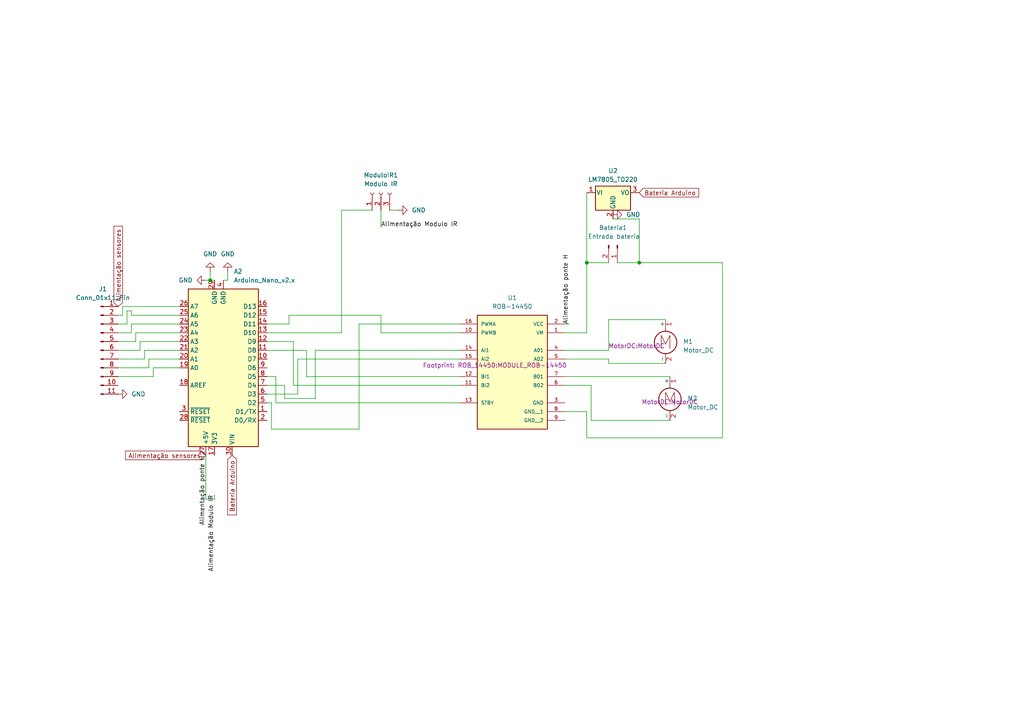
<source format=kicad_sch>
(kicad_sch (version 20231120) (generator "eeschema") (generator_version "8.0")
  (paper "A4")
  (lib_symbols
    (symbol "Conn_01x10_Pin_1" (pin_names (offset 1.016) hide)
      (property "Reference" "Bateria1" (at -5.08 8.89 90))
      (property "Value" "Entrada bateria" (at -2.54 9.144 90))
      (symbol "Conn_01x10_Pin_1_1_1"
        (polyline (pts (xy 1.27 7.62) (xy 0.8636 7.62)) (stroke (width 0.1524)))
        (polyline (pts (xy 1.27 10.16) (xy 0.8636 10.16)) (stroke (width 0.1524)))
        (rectangle (start 0.8636 7.747) (end 0 7.493) (stroke (width 0.1524)) (fill (type outline)))
        (rectangle (start 0.8636 10.287) (end 0 10.033) (stroke (width 0.1524)) (fill (type outline)))
        (pin passive line (at 5.08 10.16 180) (length 3.81) (name "+") (number "1"))
        (pin passive line (at 5.08 7.62 180) (length 3.81) (name "-") (number "2"))
      )
    )
    (symbol "Connector:Conn_01x03_Socket" (pin_names (offset 1.016) hide)
      (property "Reference" "ModuloIR1" (at 5.08 0 90))
      (property "Value" "Modulo IR" (at 2.54 0 90))
      (symbol "Conn_01x03_Socket_1_1"
        (arc (start 0 -2.032) (mid -0.5058 -2.54) (end 0 -3.048) (stroke (width 0.1524)))
        (polyline (pts (xy -1.27 -2.54) (xy -0.508 -2.54)) (stroke (width 0.1524)))
        (polyline (pts (xy -1.27 0) (xy -0.508 0)) (stroke (width 0.1524)))
        (polyline (pts (xy -1.27 2.54) (xy -0.508 2.54)) (stroke (width 0.1524)))
        (arc (start 0 0.508) (mid -0.5058 0) (end 0 -0.508) (stroke (width 0.1524)))
        (arc (start 0 3.048) (mid -0.5058 2.54) (end 0 2.032) (stroke (width 0.1524)))
        (pin passive line (at -5.08 2.54 0) (length 3.81) (name "Signal") (number "1"))
        (pin passive line (at -5.08 0 0) (length 3.81) (name "VCC") (number "2"))
        (pin passive line (at -5.08 -2.54 0) (length 3.81) (name "GND") (number "3"))
      )
    )
    (symbol "Connector:Conn_01x11_Pin" (pin_names (offset 1.016) hide)
      (property "Reference" "J" (at 0 15.24 0))
      (property "Value" "Conn_01x11_Pin" (at 0 -15.24 0))
      (symbol "Conn_01x11_Pin_1_1"
        (polyline (pts (xy 1.27 -12.7) (xy 0.8636 -12.7)) (stroke (width 0.1524)))
        (polyline (pts (xy 1.27 -10.16) (xy 0.8636 -10.16)) (stroke (width 0.1524)))
        (polyline (pts (xy 1.27 -7.62) (xy 0.8636 -7.62)) (stroke (width 0.1524)))
        (polyline (pts (xy 1.27 -5.08) (xy 0.8636 -5.08)) (stroke (width 0.1524)))
        (polyline (pts (xy 1.27 -2.54) (xy 0.8636 -2.54)) (stroke (width 0.1524)))
        (polyline (pts (xy 1.27 0) (xy 0.8636 0)) (stroke (width 0.1524)))
        (polyline (pts (xy 1.27 2.54) (xy 0.8636 2.54)) (stroke (width 0.1524)))
        (polyline (pts (xy 1.27 5.08) (xy 0.8636 5.08)) (stroke (width 0.1524)))
        (polyline (pts (xy 1.27 7.62) (xy 0.8636 7.62)) (stroke (width 0.1524)))
        (polyline (pts (xy 1.27 10.16) (xy 0.8636 10.16)) (stroke (width 0.1524)))
        (polyline (pts (xy 1.27 12.7) (xy 0.8636 12.7)) (stroke (width 0.1524)))
        (rectangle (start 0.8636 -12.573) (end 0 -12.827) (stroke (width 0.1524)) (fill (type outline)))
        (rectangle (start 0.8636 -10.033) (end 0 -10.287) (stroke (width 0.1524)) (fill (type outline)))
        (rectangle (start 0.8636 -7.493) (end 0 -7.747) (stroke (width 0.1524)) (fill (type outline)))
        (rectangle (start 0.8636 -4.953) (end 0 -5.207) (stroke (width 0.1524)) (fill (type outline)))
        (rectangle (start 0.8636 -2.413) (end 0 -2.667) (stroke (width 0.1524)) (fill (type outline)))
        (rectangle (start 0.8636 0.127) (end 0 -0.127) (stroke (width 0.1524)) (fill (type outline)))
        (rectangle (start 0.8636 2.667) (end 0 2.413) (stroke (width 0.1524)) (fill (type outline)))
        (rectangle (start 0.8636 5.207) (end 0 4.953) (stroke (width 0.1524)) (fill (type outline)))
        (rectangle (start 0.8636 7.747) (end 0 7.493) (stroke (width 0.1524)) (fill (type outline)))
        (rectangle (start 0.8636 10.287) (end 0 10.033) (stroke (width 0.1524)) (fill (type outline)))
        (rectangle (start 0.8636 12.827) (end 0 12.573) (stroke (width 0.1524)) (fill (type outline)))
        (pin passive line (at 5.08 12.7 180) (length 3.81) (name "Pin_1") (number "1"))
        (pin passive line (at 5.08 -10.16 180) (length 3.81) (name "Pin_10") (number "10"))
        (pin passive line (at 5.08 -12.7 180) (length 3.81) (name "Pin_11") (number "11"))
        (pin passive line (at 5.08 10.16 180) (length 3.81) (name "Pin_2") (number "2"))
        (pin passive line (at 5.08 7.62 180) (length 3.81) (name "Pin_3") (number "3"))
        (pin passive line (at 5.08 5.08 180) (length 3.81) (name "Pin_4") (number "4"))
        (pin passive line (at 5.08 2.54 180) (length 3.81) (name "Pin_5") (number "5"))
        (pin passive line (at 5.08 0 180) (length 3.81) (name "Pin_6") (number "6"))
        (pin passive line (at 5.08 -2.54 180) (length 3.81) (name "Pin_7") (number "7"))
        (pin passive line (at 5.08 -5.08 180) (length 3.81) (name "Pin_8") (number "8"))
        (pin passive line (at 5.08 -7.62 180) (length 3.81) (name "Pin_9") (number "9"))
      )
    )
    (symbol "MCU_Module:Arduino_Nano_v2.x"
      (property "Reference" "A" (at -10.16 23.495 0))
      (property "Value" "Arduino_Nano_v2.x" (at 5.08 -24.13 0))
      (symbol "Arduino_Nano_v2.x_0_1"
        (rectangle (start -10.16 22.86) (end 10.16 -22.86) (stroke (width 0.254)) (fill (type background)))
      )
      (symbol "Arduino_Nano_v2.x_1_1"
        (pin bidirectional line (at -12.7 12.7 0) (length 2.54) (name "D1/TX") (number "1"))
        (pin bidirectional line (at -12.7 -2.54 0) (length 2.54) (name "D7") (number "10"))
        (pin bidirectional line (at -12.7 -5.08 0) (length 2.54) (name "D8") (number "11"))
        (pin bidirectional line (at -12.7 -7.62 0) (length 2.54) (name "D9") (number "12"))
        (pin bidirectional line (at -12.7 -10.16 0) (length 2.54) (name "D10") (number "13"))
        (pin bidirectional line (at -12.7 -12.7 0) (length 2.54) (name "D11") (number "14"))
        (pin bidirectional line (at -12.7 -15.24 0) (length 2.54) (name "D12") (number "15"))
        (pin bidirectional line (at -12.7 -17.78 0) (length 2.54) (name "D13") (number "16"))
        (pin power_out line (at 2.54 25.4 270) (length 2.54) (name "3V3") (number "17"))
        (pin input line (at 12.7 5.08 180) (length 2.54) (name "AREF") (number "18"))
        (pin bidirectional line (at 12.7 0 180) (length 2.54) (name "A0") (number "19"))
        (pin bidirectional line (at -12.7 15.24 0) (length 2.54) (name "D0/RX") (number "2"))
        (pin bidirectional line (at 12.7 -2.54 180) (length 2.54) (name "A1") (number "20"))
        (pin bidirectional line (at 12.7 -5.08 180) (length 2.54) (name "A2") (number "21"))
        (pin bidirectional line (at 12.7 -7.62 180) (length 2.54) (name "A3") (number "22"))
        (pin bidirectional line (at 12.7 -10.16 180) (length 2.54) (name "A4") (number "23"))
        (pin bidirectional line (at 12.7 -12.7 180) (length 2.54) (name "A5") (number "24"))
        (pin bidirectional line (at 12.7 -15.24 180) (length 2.54) (name "A6") (number "25"))
        (pin bidirectional line (at 12.7 -17.78 180) (length 2.54) (name "A7") (number "26"))
        (pin power_out line (at 5.08 25.4 270) (length 2.54) (name "+5V") (number "27"))
        (pin input line (at 12.7 15.24 180) (length 2.54) (name "~{RESET}") (number "28"))
        (pin power_in line (at 2.54 -25.4 90) (length 2.54) (name "GND") (number "29"))
        (pin input line (at 12.7 12.7 180) (length 2.54) (name "~{RESET}") (number "3"))
        (pin power_in line (at -2.54 25.4 270) (length 2.54) (name "VIN") (number "30"))
        (pin power_in line (at 0 -25.4 90) (length 2.54) (name "GND") (number "4"))
        (pin bidirectional line (at -12.7 10.16 0) (length 2.54) (name "D2") (number "5"))
        (pin bidirectional line (at -12.7 7.62 0) (length 2.54) (name "D3") (number "6"))
        (pin bidirectional line (at -12.7 5.08 0) (length 2.54) (name "D4") (number "7"))
        (pin bidirectional line (at -12.7 2.54 0) (length 2.54) (name "D5") (number "8"))
        (pin bidirectional line (at -12.7 0 0) (length 2.54) (name "D6") (number "9"))
      )
    )
    (symbol "Motor:Motor_DC" (pin_names (offset 0))
      (property "Reference" "M" (at 2.54 2.54 0))
      (property "Value" "Motor_DC" (at 2.54 -5.08 0))
      (symbol "Motor_DC_0_0"
        (polyline (pts (xy -1.27 -3.302) (xy -1.27 0.508) (xy 0 -2.032) (xy 1.27 0.508) (xy 1.27 -3.302)))
      )
      (symbol "Motor_DC_0_1"
        (circle (center 0 -1.524) (radius 3.2512) (stroke (width 0.254)))
        (polyline (pts (xy 0 -7.62) (xy 0 -7.112)))
        (polyline (pts (xy 0 -4.7752) (xy 0 -5.1816)))
        (polyline (pts (xy 0 1.7272) (xy 0 2.0828)))
        (polyline (pts (xy 0 2.032) (xy 0 2.54)))
      )
      (symbol "Motor_DC_1_1"
        (pin passive line (at 0 5.08 270) (length 2.54) (name "+") (number "1"))
        (pin passive line (at 0 -7.62 90) (length 2.54) (name "-") (number "2"))
      )
    )
    (symbol "ROB-Board-14450:ROB-14450" (pin_names (offset 1.016))
      (property "Reference" "U" (at -10.16 16.002 0))
      (property "Value" "ROB-14450" (at -10.16 -20.32 0))
      (symbol "ROB-14450_0_0"
        (rectangle (start -10.16 -17.78) (end 10.16 15.24) (stroke (width 0.254)) (fill (type background)))
        (pin power_in line (at 15.24 10.16 180) (length 5.08) (name "VM") (number "1"))
        (pin input line (at -15.24 10.16 0) (length 5.08) (name "PWMB") (number "10"))
        (pin input line (at -15.24 -5.08 0) (length 5.08) (name "BI2") (number "11"))
        (pin input line (at -15.24 -2.54 0) (length 5.08) (name "BI1") (number "12"))
        (pin input line (at -15.24 -10.16 0) (length 5.08) (name "STBY") (number "13"))
        (pin input line (at -15.24 5.08 0) (length 5.08) (name "AI1") (number "14"))
        (pin input line (at -15.24 2.54 0) (length 5.08) (name "AI2") (number "15"))
        (pin input line (at -15.24 12.7 0) (length 5.08) (name "PWMA") (number "16"))
        (pin power_in line (at 15.24 12.7 180) (length 5.08) (name "VCC") (number "2"))
        (pin power_in line (at 15.24 -10.16 180) (length 5.08) (name "GND") (number "3"))
        (pin output line (at 15.24 5.08 180) (length 5.08) (name "A01") (number "4"))
        (pin output line (at 15.24 2.54 180) (length 5.08) (name "A02") (number "5"))
        (pin output line (at 15.24 -5.08 180) (length 5.08) (name "B02") (number "6"))
        (pin output line (at 15.24 -2.54 180) (length 5.08) (name "B01") (number "7"))
        (pin power_in line (at 15.24 -12.7 180) (length 5.08) (name "GND__1") (number "8"))
        (pin power_in line (at 15.24 -15.24 180) (length 5.08) (name "GND__2") (number "9"))
      )
    )
    (symbol "Regulator_Linear:LM7805_TO220" (pin_names (offset 0.254))
      (property "Reference" "U" (at -3.81 3.175 0))
      (property "Value" "LM7805_TO220" (at 0 3.175 0))
      (symbol "LM7805_TO220_0_1"
        (rectangle (start -5.08 1.905) (end 5.08 -5.08) (stroke (width 0.254)) (fill (type background)))
      )
      (symbol "LM7805_TO220_1_1"
        (pin power_in line (at -7.62 0 0) (length 2.54) (name "VI") (number "1"))
        (pin power_in line (at 0 -7.62 90) (length 2.54) (name "GND") (number "2"))
        (pin power_out line (at 7.62 0 180) (length 2.54) (name "VO") (number "3"))
      )
    )
    (symbol "power:GND" (power) (pin_numbers hide) (pin_names (offset 0) hide)
      (property "Value" "GND" (at 0 -3.81 0))
      (symbol "GND_0_1"
        (polyline (pts (xy 0 0) (xy 0 -1.27) (xy 1.27 -1.27) (xy 0 -2.54) (xy -1.27 -1.27) (xy 0 -1.27)))
      )
      (symbol "GND_1_1"
        (pin power_in line (at 0 0 270) (length 0) (name "~") (number "1"))
      )
    )
  )
  (junction (at 170.18 76.2))
  (junction (at 185.42 76.2))
  (junction (at 60.96 81.28))
  (wire (pts (xy 170.18 119.38) (xy 170.18 127)))
  (wire (pts (xy 209.55 76.2) (xy 185.42 76.2)))
  (wire (pts (xy 82.55 115.57) (xy 91.44 115.57)))
  (wire (pts (xy 110.49 96.52) (xy 110.49 91.44)))
  (wire (pts (xy 77.47 111.76) (xy 82.55 111.76)))
  (wire (pts (xy 78.74 124.46) (xy 78.74 116.84)))
  (wire (pts (xy 52.07 93.98) (xy 38.1 93.98)))
  (wire (pts (xy 66.04 81.28) (xy 64.77 81.28)))
  (wire (pts (xy 83.82 91.44) (xy 83.82 93.98)))
  (wire (pts (xy 170.18 127) (xy 209.55 127)))
  (wire (pts (xy 86.36 114.3) (xy 86.36 104.14)))
  (wire (pts (xy 170.18 76.2) (xy 176.53 76.2)))
  (wire (pts (xy 99.06 96.52) (xy 99.06 60.96)))
  (wire (pts (xy 38.1 90.17) (xy 36.83 90.17)))
  (wire (pts (xy 176.53 104.14) (xy 176.53 105.41)))
  (wire (pts (xy 38.1 91.44) (xy 38.1 90.17)))
  (wire (pts (xy 80.01 116.84) (xy 80.01 109.22)))
  (wire (pts (xy 163.83 109.22) (xy 194.31 109.22)))
  (wire (pts (xy 36.83 90.17) (xy 36.83 93.98)))
  (wire (pts (xy 36.83 93.98) (xy 34.29 93.98)))
  (wire (pts (xy 38.1 96.52) (xy 34.29 96.52)))
  (wire (pts (xy 62.23 144.78) (xy 59.69 144.78)))
  (wire (pts (xy 104.14 124.46) (xy 78.74 124.46)))
  (wire (pts (xy 110.49 91.44) (xy 83.82 91.44)))
  (wire (pts (xy 41.91 104.14) (xy 34.29 104.14)))
  (wire (pts (xy 88.9 101.6) (xy 77.47 101.6)))
  (wire (pts (xy 133.35 93.98) (xy 104.14 93.98)))
  (wire (pts (xy 176.53 105.41) (xy 193.04 105.41)))
  (wire (pts (xy 163.83 111.76) (xy 171.45 111.76)))
  (wire (pts (xy 40.64 101.6) (xy 34.29 101.6)))
  (wire (pts (xy 52.07 99.06) (xy 40.64 99.06)))
  (wire (pts (xy 35.56 88.9) (xy 35.56 91.44)))
  (wire (pts (xy 80.01 109.22) (xy 77.47 109.22)))
  (wire (pts (xy 52.07 88.9) (xy 35.56 88.9)))
  (wire (pts (xy 60.96 81.28) (xy 62.23 81.28)))
  (wire (pts (xy 52.07 91.44) (xy 38.1 91.44)))
  (wire (pts (xy 133.35 109.22) (xy 88.9 109.22)))
  (wire (pts (xy 170.18 55.88) (xy 170.18 76.2)))
  (wire (pts (xy 78.74 116.84) (xy 77.47 116.84)))
  (wire (pts (xy 165.1 93.98) (xy 163.83 93.98)))
  (wire (pts (xy 38.1 93.98) (xy 38.1 96.52)))
  (wire (pts (xy 39.37 96.52) (xy 39.37 99.06)))
  (wire (pts (xy 171.45 121.92) (xy 194.31 121.92)))
  (wire (pts (xy 176.53 92.71) (xy 193.04 92.71)))
  (wire (pts (xy 179.07 76.2) (xy 185.42 76.2)))
  (wire (pts (xy 77.47 114.3) (xy 86.36 114.3)))
  (wire (pts (xy 163.83 119.38) (xy 170.18 119.38)))
  (wire (pts (xy 60.96 78.74) (xy 60.96 81.28)))
  (wire (pts (xy 133.35 111.76) (xy 85.09 111.76)))
  (wire (pts (xy 39.37 99.06) (xy 34.29 99.06)))
  (wire (pts (xy 91.44 115.57) (xy 91.44 101.6)))
  (wire (pts (xy 52.07 104.14) (xy 43.18 104.14)))
  (wire (pts (xy 209.55 127) (xy 209.55 76.2)))
  (wire (pts (xy 77.47 96.52) (xy 99.06 96.52)))
  (wire (pts (xy 41.91 101.6) (xy 41.91 104.14)))
  (wire (pts (xy 66.04 78.74) (xy 66.04 81.28)))
  (wire (pts (xy 52.07 106.68) (xy 44.45 106.68)))
  (wire (pts (xy 86.36 104.14) (xy 133.35 104.14)))
  (wire (pts (xy 43.18 104.14) (xy 43.18 106.68)))
  (wire (pts (xy 88.9 109.22) (xy 88.9 101.6)))
  (wire (pts (xy 59.69 144.78) (xy 59.69 132.08)))
  (wire (pts (xy 52.07 101.6) (xy 41.91 101.6)))
  (wire (pts (xy 80.01 116.84) (xy 133.35 116.84)))
  (wire (pts (xy 133.35 96.52) (xy 110.49 96.52)))
  (wire (pts (xy 40.64 99.06) (xy 40.64 101.6)))
  (wire (pts (xy 163.83 104.14) (xy 176.53 104.14)))
  (wire (pts (xy 52.07 96.52) (xy 39.37 96.52)))
  (wire (pts (xy 163.83 101.6) (xy 176.53 101.6)))
  (wire (pts (xy 185.42 63.5) (xy 177.8 63.5)))
  (wire (pts (xy 133.35 101.6) (xy 91.44 101.6)))
  (wire (pts (xy 170.18 76.2) (xy 170.18 96.52)))
  (wire (pts (xy 99.06 60.96) (xy 107.95 60.96)))
  (wire (pts (xy 104.14 93.98) (xy 104.14 124.46)))
  (wire (pts (xy 62.23 143.51) (xy 62.23 144.78)))
  (wire (pts (xy 43.18 106.68) (xy 34.29 106.68)))
  (wire (pts (xy 163.83 96.52) (xy 170.18 96.52)))
  (wire (pts (xy 85.09 99.06) (xy 77.47 99.06)))
  (wire (pts (xy 44.45 106.68) (xy 44.45 109.22)))
  (wire (pts (xy 110.49 66.04) (xy 110.49 60.96)))
  (wire (pts (xy 176.53 101.6) (xy 176.53 92.71)))
  (wire (pts (xy 115.57 60.96) (xy 113.03 60.96)))
  (wire (pts (xy 171.45 111.76) (xy 171.45 121.92)))
  (wire (pts (xy 35.56 91.44) (xy 34.29 91.44)))
  (wire (pts (xy 185.42 76.2) (xy 185.42 63.5)))
  (wire (pts (xy 85.09 111.76) (xy 85.09 99.06)))
  (wire (pts (xy 83.82 93.98) (xy 77.47 93.98)))
  (wire (pts (xy 44.45 109.22) (xy 34.29 109.22)))
  (wire (pts (xy 82.55 111.76) (xy 82.55 115.57)))
  (wire (pts (xy 60.96 81.28) (xy 59.69 81.28)))
  (label "Alimentação ponte H" (at 165.1 93.98 90))
  (label "Alimentação Modulo IR" (at 62.23 143.51 270))
  (label "Alimentação Modulo IR" (at 110.49 66.04 0))
  (label "Alimentação ponte H" (at 59.69 132.08 270))
  (global_label "Bateria Arduino" (shape input) (at 67.31 132.08 270) (property "Intersheetrefs" "${INTERSHEET_REFS}" (effects (hide yes))))
  (global_label "Bateria Arduino" (shape input) (at 185.42 55.88 0) (property "Intersheetrefs" "${INTERSHEET_REFS}" (effects (hide yes))))
  (global_label "Alimentação sensores" (shape input) (at 59.69 132.08 180) (property "Intersheetrefs" "${INTERSHEET_REFS}" (effects (hide yes))))
  (global_label "Alimentação sensores" (shape input) (at 34.29 88.9 90) (property "Intersheetrefs" "${INTERSHEET_REFS}" (effects (hide yes))))
  (symbol (lib_id "Motor:Motor_DC") (at 193.04 97.79 0) (unit 1)
    (property "Reference" "M1" (at 198.12 99.0599 0) (effects (justify left)))
    (property "Value" "Motor_DC" (at 198.12 101.5999 0) (effects (justify left)))
    (property "Footprint" "MotorDC:MotorDC" (at 184.658 100.33 0))
    (property "Description" "DC Motor" (effects (hide yes)))
  )
  (symbol (lib_id "Connector:Conn_01x03_Socket") (at 110.49 55.88 90) (unit 1)
    (property "Reference" "ModuloIR1" (at 110.49 50.8 90))
    (property "Value" "Modulo IR" (at 110.49 53.34 90))
    (property "Footprint" "Connector_PinSocket_2.54mm:PinSocket_1x03_P2.54mm_Vertical" (effects (hide yes)))
    (property "Description" "Generic connector, single row, 01x03, script generated" (effects (hide yes)))
  )
  (symbol (lib_id "power:GND") (at 115.57 60.96 90) (unit 1)
    (property "Reference" "#PWR01" (effects (hide yes)))
    (property "Value" "GND" (at 119.38 60.9599 90) (effects (justify right)))
    (property "Description" "Power symbol creates a global label with name \"GND\" , ground" (effects (hide yes)))
  )
  (symbol (lib_id "Regulator_Linear:LM7805_TO220") (at 177.8 55.88 0) (unit 1)
    (property "Reference" "U2" (at 177.8 49.53 0))
    (property "Value" "LM7805_TO220" (at 177.8 52.07 0))
    (property "Footprint" "Package_TO_SOT_THT:TO-220-3_Vertical" (effects (hide yes)))
    (property "Datasheet" "https://www.onsemi.cn/PowerSolutions/document/MC7800-D.PDF" (effects (hide yes)))
    (property "Description" "Positive 1A 35V Linear Regulator, Fixed Output 5V, TO-220" (effects (hide yes)))
  )
  (symbol (lib_id "power:GND") (at 59.69 81.28 270) (unit 1)
    (property "Reference" "#PWR03" (effects (hide yes)))
    (property "Value" "GND" (at 55.88 81.2799 90) (effects (justify right)))
    (property "Description" "Power symbol creates a global label with name \"GND\" , ground" (effects (hide yes)))
  )
  (symbol (lib_id "Connector:Conn_01x11_Pin") (at 29.21 101.6 0) (unit 1)
    (property "Reference" "J1" (at 29.845 83.82 0))
    (property "Value" "Conn_01x11_Pin" (at 29.845 86.36 0))
    (property "Footprint" "Connector_PinSocket_2.54mm:PinSocket_1x11_P2.54mm_Vertical" (effects (hide yes)))
    (property "Description" "Generic connector, single row, 01x11, script generated" (effects (hide yes)))
  )
  (symbol (lib_id "power:GND") (at 177.8 62.23 90) (unit 1)
    (property "Reference" "#PWR05" (effects (hide yes)))
    (property "Value" "GND" (at 181.61 62.2299 90) (effects (justify right)))
    (property "Description" "Power symbol creates a global label with name \"GND\" , ground" (effects (hide yes)))
  )
  (symbol (lib_name "Conn_01x10_Pin_1") (lib_id "Connector:Conn_01x10_Pin") (at 168.91 71.12 270) (unit 1)
    (property "Reference" "Bateria1" (at 177.8 66.04 90))
    (property "Value" "Entrada bateria" (at 178.054 68.58 90))
    (property "Footprint" "Connector_PinSocket_2.54mm:PinSocket_1x02_P2.54mm_Vertical" (effects (hide yes)))
    (property "Description" "Generic connector, single row, 01x10, script generated" (effects (hide yes)))
  )
  (symbol (lib_id "power:GND") (at 66.04 78.74 180) (unit 1)
    (property "Reference" "#PWR06" (effects (hide yes)))
    (property "Value" "GND" (at 66.04 73.66 0))
    (property "Description" "Power symbol creates a global label with name \"GND\" , ground" (effects (hide yes)))
  )
  (symbol (lib_id "Motor:Motor_DC") (at 194.31 114.3 0) (unit 1)
    (property "Reference" "M2" (at 199.39 115.5699 0) (effects (justify left)))
    (property "Value" "Motor_DC" (at 199.39 118.1099 0) (effects (justify left)))
    (property "Footprint" "MotorDC:MotorDC" (at 194.31 116.586 0))
    (property "Description" "DC Motor" (effects (hide yes)))
  )
  (symbol (lib_id "power:GND") (at 60.96 78.74 180) (unit 1)
    (property "Reference" "#PWR02" (effects (hide yes)))
    (property "Value" "GND" (at 60.96 73.66 0))
    (property "Description" "Power symbol creates a global label with name \"GND\" , ground" (effects (hide yes)))
  )
  (symbol (lib_id "power:GND") (at 34.29 114.3 90) (unit 1)
    (property "Reference" "#PWR04" (effects (hide yes)))
    (property "Value" "GND" (at 38.1 114.2999 90) (effects (justify right)))
    (property "Description" "Power symbol creates a global label with name \"GND\" , ground" (effects (hide yes)))
  )
  (symbol (lib_id "ROB-Board-14450:ROB-14450") (at 148.59 106.68 0) (unit 1)
    (property "Reference" "U1" (at 148.59 86.36 0))
    (property "Value" "ROB-14450" (at 148.59 88.9 0))
    (property "Footprint" "ROB_14450:MODULE_ROB-14450" (at 143.51 106.68 0) (show_name yes) (effects (justify bottom)))
    (property "PARTREV" "11-13-17" (effects (hide yes)))
    (property "MANUFACTURER" "Sparkfun Electronics" (effects (hide yes)))
    (property "STANDARD" "Manufacturer Recommendation" (effects (hide yes)))
  )
  (symbol (lib_id "MCU_Module:Arduino_Nano_v2.x") (at 64.77 106.68 180) (unit 1)
    (property "Reference" "A2" (at 67.7865 78.74 0) (effects (justify right)))
    (property "Value" "Arduino_Nano_v2.x" (at 67.7865 81.28 0) (effects (justify right)))
    (property "Footprint" "Module:Arduino_Nano" (effects (hide yes)))
    (property "Datasheet" "https://www.arduino.cc/en/uploads/Main/ArduinoNanoManual23.pdf" (effects (hide yes)))
    (property "Description" "Arduino Nano v2.x" (effects (hide yes)))
  )
)
</source>
